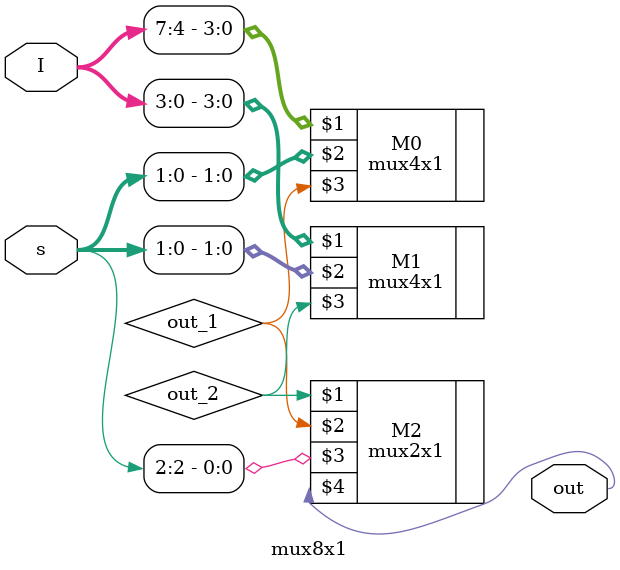
<source format=v>
`timescale 1ns / 1ps


module mux8x1(
    input wire [7:0]I,
    input wire [2:0]s,
    output out
    );
    wire out_1,out_2;
    mux4x1 M0 (I[7:4],s[1:0],out_1);
    mux4x1 M1 (I[3:0],s[1:0],out_2);
    mux2x1 M2 (out_2,out_1,s[2],out);
endmodule

</source>
